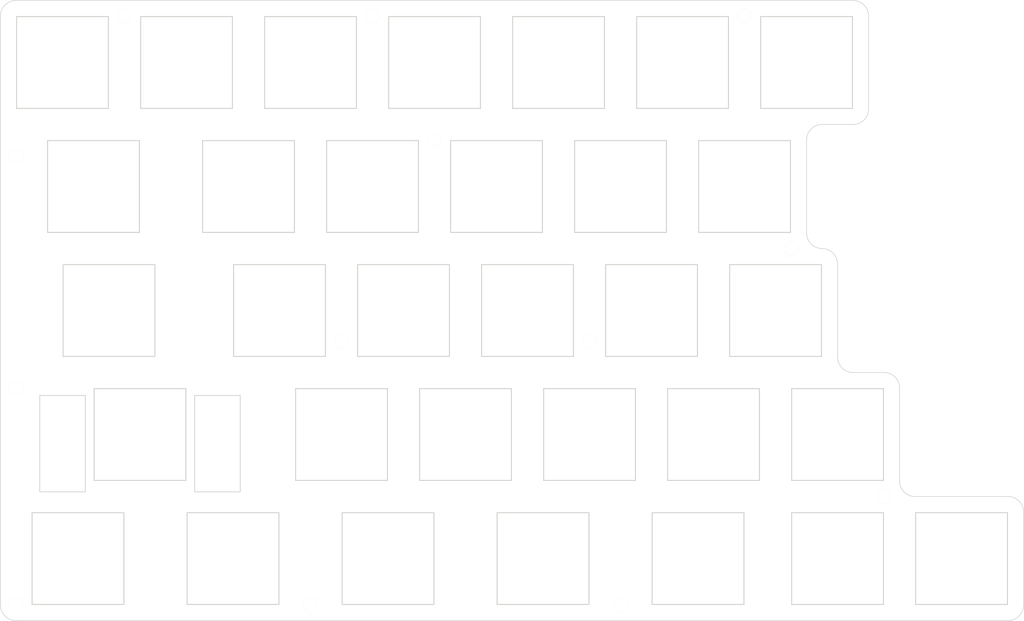
<source format=kicad_pcb>
(kicad_pcb (version 20221018) (generator pcbnew)
  (layers (0 "F.Cu" signal) (31 "B.Cu" signal) (34 "B.Paste" user) (35 "F.Paste" user) (36 "B.SilkS" user "B.Silkscreen") (37 "F.SilkS" user "F.Silkscreen") (38 "B.Mask" user) (39 "F.Mask" user) (44 "Edge.Cuts" user))
  (net 0 "")
  (footprint "kbd_SW_Hole:SW_Hole_1u" (layer "F.Cu") (at 80.9625 52.3875)
    (fp_text reference "SW10" hide)
    (fp_text value "SW_Push" hide)
    (fp_line (start -7.05 -7.05) (end 7.05 -7.05) (stroke (width 0.15)) (layer "Edge.Cuts"))
    (fp_line (start -7.05 7.05) (end -7.05 -7.05) (stroke (width 0.15)) (layer "Edge.Cuts"))
    (fp_line (start 7.05 -7.05) (end 7.05 7.05) (stroke (width 0.15)) (layer "Edge.Cuts"))
    (fp_line (start 7.05 7.05) (end -7.05 7.05) (stroke (width 0.15)) (layer "Edge.Cuts"))
  )
  (footprint "kbd_Hole:m2_Screw_Hole_EdgeCuts" (layer "F.Cu") (at 26.19375 47.625)
    (fp_text reference "Ref**" hide)
    (fp_text value "Val**" hide)
    (fp_circle (center 0 0) (end 1.1 0) (stroke (width 0.01)) (fill none) (layer "Edge.Cuts"))
  )
  (footprint "kbd_SW_Hole:SW_Hole_1u" (layer "F.Cu") (at 71.4375 33.3375)
    (fp_text reference "SW3" hide)
    (fp_text value "SW_Push" hide)
    (fp_line (start -7.05 -7.05) (end 7.05 -7.05) (stroke (width 0.15)) (layer "Edge.Cuts"))
    (fp_line (start -7.05 7.05) (end -7.05 -7.05) (stroke (width 0.15)) (layer "Edge.Cuts"))
    (fp_line (start 7.05 -7.05) (end 7.05 7.05) (stroke (width 0.15)) (layer "Edge.Cuts"))
    (fp_line (start 7.05 7.05) (end -7.05 7.05) (stroke (width 0.15)) (layer "Edge.Cuts"))
  )
  (footprint "kbd_SW_Hole:SW_Hole_1u" (layer "F.Cu") (at 61.9125 52.3875)
    (fp_text reference "SW9" hide)
    (fp_text value "SW_Push" hide)
    (fp_line (start -7.05 -7.05) (end 7.05 -7.05) (stroke (width 0.15)) (layer "Edge.Cuts"))
    (fp_line (start -7.05 7.05) (end -7.05 -7.05) (stroke (width 0.15)) (layer "Edge.Cuts"))
    (fp_line (start 7.05 -7.05) (end 7.05 7.05) (stroke (width 0.15)) (layer "Edge.Cuts"))
    (fp_line (start 7.05 7.05) (end -7.05 7.05) (stroke (width 0.15)) (layer "Edge.Cuts"))
  )
  (footprint "kbd_Hole:m2_Screw_Hole_EdgeCuts" (layer "F.Cu") (at 90.4875 45.24375)
    (fp_text reference "Ref**" hide)
    (fp_text value "Val**" hide)
    (fp_circle (center 0 0) (end 1.1 0) (stroke (width 0.01)) (fill none) (layer "Edge.Cuts"))
  )
  (footprint "kbd_SW_Hole:SW_Hole_1.25u" (layer "F.Cu") (at 130.96875 109.5375)
    (fp_text reference "SW30" hide)
    (fp_text value "SW_Push" hide)
    (fp_line (start -7.05 -7.05) (end 7.05 -7.05) (stroke (width 0.15)) (layer "Edge.Cuts"))
    (fp_line (start -7.05 7.05) (end -7.05 -7.05) (stroke (width 0.15)) (layer "Edge.Cuts"))
    (fp_line (start 7.05 -7.05) (end 7.05 7.05) (stroke (width 0.15)) (layer "Edge.Cuts"))
    (fp_line (start 7.05 7.05) (end -7.05 7.05) (stroke (width 0.15)) (layer "Edge.Cuts"))
  )
  (footprint "kbd_SW_Hole:SW_Hole_1u" (layer "F.Cu") (at 85.725 71.4375)
    (fp_text reference "SW16" hide)
    (fp_text value "SW_Push" hide)
    (fp_line (start -7.05 -7.05) (end 7.05 -7.05) (stroke (width 0.15)) (layer "Edge.Cuts"))
    (fp_line (start -7.05 7.05) (end -7.05 -7.05) (stroke (width 0.15)) (layer "Edge.Cuts"))
    (fp_line (start 7.05 -7.05) (end 7.05 7.05) (stroke (width 0.15)) (layer "Edge.Cuts"))
    (fp_line (start 7.05 7.05) (end -7.05 7.05) (stroke (width 0.15)) (layer "Edge.Cuts"))
  )
  (footprint "kbd_SW_Hole:SW_Hole_1u" (layer "F.Cu") (at 142.875 71.4375)
    (fp_text reference "SW19" hide)
    (fp_text value "SW_Push" hide)
    (fp_line (start -7.05 -7.05) (end 7.05 -7.05) (stroke (width 0.15)) (layer "Edge.Cuts"))
    (fp_line (start -7.05 7.05) (end -7.05 -7.05) (stroke (width 0.15)) (layer "Edge.Cuts"))
    (fp_line (start 7.05 -7.05) (end 7.05 7.05) (stroke (width 0.15)) (layer "Edge.Cuts"))
    (fp_line (start 7.05 7.05) (end -7.05 7.05) (stroke (width 0.15)) (layer "Edge.Cuts"))
  )
  (footprint "kbd_Hole:m2_Screw_Hole_EdgeCuts" (layer "F.Cu") (at 26.19375 83.34375)
    (fp_text reference "Ref**" hide)
    (fp_text value "Val**" hide)
    (fp_circle (center 0 0) (end 1.1 0) (stroke (width 0.01)) (fill none) (layer "Edge.Cuts"))
  )
  (footprint "kbd_Hole:m2_Screw_Hole_EdgeCuts" (layer "F.Cu") (at 26.19375 116.68125)
    (fp_text reference "Ref**" hide)
    (fp_text value "Val**" hide)
    (fp_circle (center 0 0) (end 1.1 0) (stroke (width 0.01)) (fill none) (layer "Edge.Cuts"))
  )
  (footprint "kbd_SW_Hole:SW_Hole_1u" (layer "F.Cu") (at 33.3375 33.3375)
    (fp_text reference "SW1" hide)
    (fp_text value "SW_Push" hide)
    (fp_line (start -7.05 -7.05) (end 7.05 -7.05) (stroke (width 0.15)) (layer "Edge.Cuts"))
    (fp_line (start -7.05 7.05) (end -7.05 -7.05) (stroke (width 0.15)) (layer "Edge.Cuts"))
    (fp_line (start 7.05 -7.05) (end 7.05 7.05) (stroke (width 0.15)) (layer "Edge.Cuts"))
    (fp_line (start 7.05 7.05) (end -7.05 7.05) (stroke (width 0.15)) (layer "Edge.Cuts"))
  )
  (footprint "kbd_SW_Hole:SW_Hole_1.25u" (layer "F.Cu") (at 83.34375 109.5375)
    (fp_text reference "SW28" hide)
    (fp_text value "SW_Push" hide)
    (fp_line (start -7.05 -7.05) (end 7.05 -7.05) (stroke (width 0.15)) (layer "Edge.Cuts"))
    (fp_line (start -7.05 7.05) (end -7.05 -7.05) (stroke (width 0.15)) (layer "Edge.Cuts"))
    (fp_line (start 7.05 -7.05) (end 7.05 7.05) (stroke (width 0.15)) (layer "Edge.Cuts"))
    (fp_line (start 7.05 7.05) (end -7.05 7.05) (stroke (width 0.15)) (layer "Edge.Cuts"))
  )
  (footprint "kbd_SW_Hole:SW_Hole_1u" (layer "F.Cu") (at 138.1125 52.3875)
    (fp_text reference "SW13" hide)
    (fp_text value "SW_Push" hide)
    (fp_line (start -7.05 -7.05) (end 7.05 -7.05) (stroke (width 0.15)) (layer "Edge.Cuts"))
    (fp_line (start -7.05 7.05) (end -7.05 -7.05) (stroke (width 0.15)) (layer "Edge.Cuts"))
    (fp_line (start 7.05 -7.05) (end 7.05 7.05) (stroke (width 0.15)) (layer "Edge.Cuts"))
    (fp_line (start 7.05 7.05) (end -7.05 7.05) (stroke (width 0.15)) (layer "Edge.Cuts"))
  )
  (footprint "kbd_Hole:m2_Screw_Hole_EdgeCuts" (layer "F.Cu") (at 71.4375 116.68125)
    (fp_text reference "Ref**" hide)
    (fp_text value "Val**" hide)
    (fp_circle (center 0 0) (end 1.1 0) (stroke (width 0.01)) (fill none) (layer "Edge.Cuts"))
  )
  (footprint "kbd_Hole:m2_Screw_Hole_EdgeCuts" (layer "F.Cu") (at 42.8625 26.19375)
    (fp_text reference "Ref**" hide)
    (fp_text value "Val**" hide)
    (fp_circle (center 0 0) (end 1.1 0) (stroke (width 0.01)) (fill none) (layer "Edge.Cuts"))
  )
  (footprint "kbd_Hole:m2_Screw_Hole_EdgeCuts" (layer "F.Cu") (at 114.3 76.2)
    (fp_text reference "Ref**" hide)
    (fp_text value "Val**" hide)
    (fp_circle (center 0 0) (end 1.1 0) (stroke (width 0.01)) (fill none) (layer "Edge.Cuts"))
  )
  (footprint "kbd_Hole:m2_Screw_Hole_EdgeCuts" (layer "F.Cu") (at 80.9625 26.19375)
    (fp_text reference "Ref**" hide)
    (fp_text value "Val**" hide)
    (fp_circle (center 0 0) (end 1.1 0) (stroke (width 0.01)) (fill none) (layer "Edge.Cuts"))
  )
  (footprint "kbd_SW_Hole:SW_Hole_1u" (layer "F.Cu") (at 123.825 71.4375)
    (fp_text reference "SW18" hide)
    (fp_text value "SW_Push" hide)
    (fp_line (start -7.05 -7.05) (end 7.05 -7.05) (stroke (width 0.15)) (layer "Edge.Cuts"))
    (fp_line (start -7.05 7.05) (end -7.05 -7.05) (stroke (width 0.15)) (layer "Edge.Cuts"))
    (fp_line (start 7.05 -7.05) (end 7.05 7.05) (stroke (width 0.15)) (layer "Edge.Cuts"))
    (fp_line (start 7.05 7.05) (end -7.05 7.05) (stroke (width 0.15)) (layer "Edge.Cuts"))
  )
  (footprint "kbd_SW_Hole:SW_Hole_1u" (layer "F.Cu") (at 76.2 90.4875)
    (fp_text reference "SW21" hide)
    (fp_text value "SW_Push" hide)
    (fp_line (start -7.05 -7.05) (end 7.05 -7.05) (stroke (width 0.15)) (layer "Edge.Cuts"))
    (fp_line (start -7.05 7.05) (end -7.05 -7.05) (stroke (width 0.15)) (layer "Edge.Cuts"))
    (fp_line (start 7.05 -7.05) (end 7.05 7.05) (stroke (width 0.15)) (layer "Edge.Cuts"))
    (fp_line (start 7.05 7.05) (end -7.05 7.05) (stroke (width 0.15)) (layer "Edge.Cuts"))
  )
  (footprint "kbd_SW_Hole:SW_Hole_1u" (layer "F.Cu") (at 90.4875 33.3375)
    (fp_text reference "SW4" hide)
    (fp_text value "SW_Push" hide)
    (fp_line (start -7.05 -7.05) (end 7.05 -7.05) (stroke (width 0.15)) (layer "Edge.Cuts"))
    (fp_line (start -7.05 7.05) (end -7.05 -7.05) (stroke (width 0.15)) (layer "Edge.Cuts"))
    (fp_line (start 7.05 -7.05) (end 7.05 7.05) (stroke (width 0.15)) (layer "Edge.Cuts"))
    (fp_line (start 7.05 7.05) (end -7.05 7.05) (stroke (width 0.15)) (layer "Edge.Cuts"))
  )
  (footprint "kbd_SW_Hole:SW_Hole_1u" (layer "F.Cu") (at 52.3875 33.3375)
    (fp_text reference "SW2" hide)
    (fp_text value "SW_Push" hide)
    (fp_line (start -7.05 -7.05) (end 7.05 -7.05) (stroke (width 0.15)) (layer "Edge.Cuts"))
    (fp_line (start -7.05 7.05) (end -7.05 -7.05) (stroke (width 0.15)) (layer "Edge.Cuts"))
    (fp_line (start 7.05 -7.05) (end 7.05 7.05) (stroke (width 0.15)) (layer "Edge.Cuts"))
    (fp_line (start 7.05 7.05) (end -7.05 7.05) (stroke (width 0.15)) (layer "Edge.Cuts"))
  )
  (footprint "kbd_SW_Hole:SW_Hole_1u" (layer "F.Cu") (at 119.0625 52.3875)
    (fp_text reference "SW12" hide)
    (fp_text value "SW_Push" hide)
    (fp_line (start -7.05 -7.05) (end 7.05 -7.05) (stroke (width 0.15)) (layer "Edge.Cuts"))
    (fp_line (start -7.05 7.05) (end -7.05 -7.05) (stroke (width 0.15)) (layer "Edge.Cuts"))
    (fp_line (start 7.05 -7.05) (end 7.05 7.05) (stroke (width 0.15)) (layer "Edge.Cuts"))
    (fp_line (start 7.05 7.05) (end -7.05 7.05) (stroke (width 0.15)) (layer "Edge.Cuts"))
  )
  (footprint "kbd_SW_Hole:SW_Hole_1u" (layer "F.Cu") (at 114.3 90.4875)
    (fp_text reference "SW23" hide)
    (fp_text value "SW_Push" hide)
    (fp_line (start -7.05 -7.05) (end 7.05 -7.05) (stroke (width 0.15)) (layer "Edge.Cuts"))
    (fp_line (start -7.05 7.05) (end -7.05 -7.05) (stroke (width 0.15)) (layer "Edge.Cuts"))
    (fp_line (start 7.05 -7.05) (end 7.05 7.05) (stroke (width 0.15)) (layer "Edge.Cuts"))
    (fp_line (start 7.05 7.05) (end -7.05 7.05) (stroke (width 0.15)) (layer "Edge.Cuts"))
  )
  (footprint "kbd_SW_Hole:SW_Hole_1u" (layer "F.Cu") (at 66.675 71.4375)
    (fp_text reference "SW15" hide)
    (fp_text value "SW_Push" hide)
    (fp_line (start -7.05 -7.05) (end 7.05 -7.05) (stroke (width 0.15)) (layer "Edge.Cuts"))
    (fp_line (start -7.05 7.05) (end -7.05 -7.05) (stroke (width 0.15)) (layer "Edge.Cuts"))
    (fp_line (start 7.05 -7.05) (end 7.05 7.05) (stroke (width 0.15)) (layer "Edge.Cuts"))
    (fp_line (start 7.05 7.05) (end -7.05 7.05) (stroke (width 0.15)) (layer "Edge.Cuts"))
  )
  (footprint "kbd_SW_Hole:SW_Hole_1u" (layer "F.Cu") (at 152.4 109.5375)
    (fp_text reference "SW31" hide)
    (fp_text value "SW_Push" hide)
    (fp_line (start -7.05 -7.05) (end 7.05 -7.05) (stroke (width 0.15)) (layer "Edge.Cuts"))
    (fp_line (start -7.05 7.05) (end -7.05 -7.05) (stroke (width 0.15)) (layer "Edge.Cuts"))
    (fp_line (start 7.05 -7.05) (end 7.05 7.05) (stroke (width 0.15)) (layer "Edge.Cuts"))
    (fp_line (start 7.05 7.05) (end -7.05 7.05) (stroke (width 0.15)) (layer "Edge.Cuts"))
  )
  (footprint "kbd_SW_Hole:SW_Hole_1u" (layer "F.Cu") (at 128.5875 33.3375)
    (fp_text reference "SW6" hide)
    (fp_text value "SW_Push" hide)
    (fp_line (start -7.05 -7.05) (end 7.05 -7.05) (stroke (width 0.15)) (layer "Edge.Cuts"))
    (fp_line (start -7.05 7.05) (end -7.05 -7.05) (stroke (width 0.15)) (layer "Edge.Cuts"))
    (fp_line (start 7.05 -7.05) (end 7.05 7.05) (stroke (width 0.15)) (layer "Edge.Cuts"))
    (fp_line (start 7.05 7.05) (end -7.05 7.05) (stroke (width 0.15)) (layer "Edge.Cuts"))
  )
  (footprint "kbd_SW_Hole:SW_Hole_1u" (layer "F.Cu") (at 171.45 109.5375)
    (fp_text reference "SW32" hide)
    (fp_text value "SW_Push" hide)
    (fp_line (start -7.05 -7.05) (end 7.05 -7.05) (stroke (width 0.15)) (layer "Edge.Cuts"))
    (fp_line (start -7.05 7.05) (end -7.05 -7.05) (stroke (width 0.15)) (layer "Edge.Cuts"))
    (fp_line (start 7.05 -7.05) (end 7.05 7.05) (stroke (width 0.15)) (layer "Edge.Cuts"))
    (fp_line (start 7.05 7.05) (end -7.05 7.05) (stroke (width 0.15)) (layer "Edge.Cuts"))
  )
  (footprint "kbd_SW_Hole:SW_Hole_1.25u" (layer "F.Cu") (at 35.71875 109.5375)
    (fp_text reference "SW26" hide)
    (fp_text value "SW_Push" hide)
    (fp_line (start -7.05 -7.05) (end 7.05 -7.05) (stroke (width 0.15)) (layer "Edge.Cuts"))
    (fp_line (start -7.05 7.05) (end -7.05 -7.05) (stroke (width 0.15)) (layer "Edge.Cuts"))
    (fp_line (start 7.05 -7.05) (end 7.05 7.05) (stroke (width 0.15)) (layer "Edge.Cuts"))
    (fp_line (start 7.05 7.05) (end -7.05 7.05) (stroke (width 0.15)) (layer "Edge.Cuts"))
  )
  (footprint "kbd_Hole:m2_Screw_Hole_EdgeCuts" (layer "F.Cu") (at 159.54375 100.0125)
    (fp_text reference "Ref**" hide)
    (fp_text value "Val**" hide)
    (fp_circle (center 0 0) (end 1.1 0) (stroke (width 0.01)) (fill none) (layer "Edge.Cuts"))
  )
  (footprint "kbd_SW_Hole:SW_Hole_1u" (layer "F.Cu") (at 109.5375 33.3375)
    (fp_text reference "SW5" hide)
    (fp_text value "SW_Push" hide)
    (fp_line (start -7.05 -7.05) (end 7.05 -7.05) (stroke (width 0.15)) (layer "Edge.Cuts"))
    (fp_line (start -7.05 7.05) (end -7.05 -7.05) (stroke (width 0.15)) (layer "Edge.Cuts"))
    (fp_line (start 7.05 -7.05) (end 7.05 7.05) (stroke (width 0.15)) (layer "Edge.Cuts"))
    (fp_line (start 7.05 7.05) (end -7.05 7.05) (stroke (width 0.15)) (layer "Edge.Cuts"))
  )
  (footprint "kbd_SW_Hole:SW_Hole_1u" (layer "F.Cu") (at 100.0125 52.3875)
    (fp_text reference "SW11" hide)
    (fp_text value "SW_Push" hide)
    (fp_line (start -7.05 -7.05) (end 7.05 -7.05) (stroke (width 0.15)) (layer "Edge.Cuts"))
    (fp_line (start -7.05 7.05) (end -7.05 -7.05) (stroke (width 0.15)) (layer "Edge.Cuts"))
    (fp_line (start 7.05 -7.05) (end 7.05 7.05) (stroke (width 0.15)) (layer "Edge.Cuts"))
    (fp_line (start 7.05 7.05) (end -7.05 7.05) (stroke (width 0.15)) (layer "Edge.Cuts"))
  )
  (footprint "kbd_Hole:m2_Screw_Hole_EdgeCuts" (layer "F.Cu") (at 138.1125 26.19375)
    (fp_text reference "Ref**" hide)
    (fp_text value "Val**" hide)
    (fp_circle (center 0 0) (end 1.1 0) (stroke (width 0.01)) (fill none) (layer "Edge.Cuts"))
  )
  (footprint "kbd_SW_Hole:SW_Hole_1.5u" (layer "F.Cu") (at 38.1 52.3875)
    (fp_text reference "SW8" hide)
    (fp_text value "SW_Push" hide)
    (fp_line (start -7.05 -7.05) (end 7.05 -7.05) (stroke (width 0.15)) (layer "Edge.Cuts"))
    (fp_line (start -7.05 7.05) (end -7.05 -7.05) (stroke (width 0.15)) (layer "Edge.Cuts"))
    (fp_line (start 7.05 -7.05) (end 7.05 7.05) (stroke (width 0.15)) (layer "Edge.Cuts"))
    (fp_line (start 7.05 7.05) (end -7.05 7.05) (stroke (width 0.15)) (layer "Edge.Cuts"))
  )
  (footprint "kbd_Hole:m2_Screw_Hole_EdgeCuts" (layer "F.Cu") (at 76.2 76.2)
    (fp_text reference "Ref**" hide)
    (fp_text value "Val**" hide)
    (fp_circle (center 0 0) (end 1.1 0) (stroke (width 0.01)) (fill none) (layer "Edge.Cuts"))
  )
  (footprint "kbd_SW_Hole:SW_Hole_1.75u" (layer "F.Cu") (at 40.48125 71.4375)
    (fp_text reference "SW14" hide)
    (fp_text value "SW_Push" hide)
    (fp_line (start -7.05 -7.05) (end 7.05 -7.05) (stroke (width 0.15)) (layer "Edge.Cuts"))
    (fp_line (start -7.05 7.05) (end -7.05 -7.05) (stroke (width 0.15)) (layer "Edge.Cuts"))
    (fp_line (start 7.05 -7.05) (end 7.05 7.05) (stroke (width 0.15)) (layer "Edge.Cuts"))
    (fp_line (start 7.05 7.05) (end -7.05 7.05) (stroke (width 0.15)) (layer "Edge.Cuts"))
  )
  (footprint "kbd_SW_Hole:SW_Hole_2.25u" (layer "F.Cu") (at 45.24375 90.4875)
    (fp_text reference "SW20" hide)
    (fp_text value "SW_Push" hide)
    (fp_line (start -15.4 -6) (end -8.4 -6) (stroke (width 0.12)) (layer "Edge.Cuts"))
    (fp_line (start -15.4 8.8) (end -15.4 -6) (stroke (width 0.12)) (layer "Edge.Cuts"))
    (fp_line (start -8.4 -6) (end -8.4 8.8) (stroke (width 0.12)) (layer "Edge.Cuts"))
    (fp_line (start -8.4 8.8) (end -15.4 8.8) (stroke (width 0.12)) (layer "Edge.Cuts"))
    (fp_line (start -7.05 -7.05) (end 7.05 -7.05) (stroke (width 0.15)) (layer "Edge.Cuts"))
    (fp_line (start -7.05 7.05) (end -7.05 -7.05) (stroke (width 0.15)) (layer "Edge.Cuts"))
    (fp_line (start 7.05 -7.05) (end 7.05 7.05) (stroke (width 0.15)) (layer "Edge.Cuts"))
    (fp_line (start 7.05 7.05) (end -7.05 7.05) (stroke (width 0.15)) (layer "Edge.Cuts"))
    (fp_line (start 8.4 -6) (end 8.4 8.8) (stroke (width 0.12)) (layer "Edge.Cuts"))
    (fp_line (start 8.4 8.8) (end 15.4 8.8) (stroke (width 0.12)) (layer "Edge.Cuts"))
    (fp_line (start 15.4 -6) (end 8.4 -6) (stroke (width 0.12)) (layer "Edge.Cuts"))
    (fp_line (start 15.4 8.8) (end 15.4 -6) (stroke (width 0.12)) (layer "Edge.Cuts"))
  )
  (footprint "kbd_SW_Hole:SW_Hole_1u" (layer "F.Cu") (at 152.4 90.4875)
    (fp_text reference "SW25" hide)
    (fp_text value "SW_Push" hide)
    (fp_line (start -7.05 -7.05) (end 7.05 -7.05) (stroke (width 0.15)) (layer "Edge.Cuts"))
    (fp_line (start -7.05 7.05) (end -7.05 -7.05) (stroke (width 0.15)) (layer "Edge.Cuts"))
    (fp_line (start 7.05 -7.05) (end 7.05 7.05) (stroke (width 0.15)) (layer "Edge.Cuts"))
    (fp_line (start 7.05 7.05) (end -7.05 7.05) (stroke (width 0.15)) (layer "Edge.Cuts"))
  )
  (footprint "kbd_SW_Hole:SW_Hole_1u" (layer "F.Cu") (at 147.6375 33.3375)
    (fp_text reference "SW7" hide)
    (fp_text value "SW_Push" hide)
    (fp_line (start -7.05 -7.05) (end 7.05 -7.05) (stroke (width 0.15)) (layer "Edge.Cuts"))
    (fp_line (start -7.05 7.05) (end -7.05 -7.05) (stroke (width 0.15)) (layer "Edge.Cuts"))
    (fp_line (start 7.05 -7.05) (end 7.05 7.05) (stroke (width 0.15)) (layer "Edge.Cuts"))
    (fp_line (start 7.05 7.05) (end -7.05 7.05) (stroke (width 0.15)) (layer "Edge.Cuts"))
  )
  (footprint "kbd_SW_Hole:SW_Hole_1.25u" (layer "F.Cu") (at 59.53125 109.5375)
    (fp_text reference "SW27" hide)
    (fp_text value "SW_Push" hide)
    (fp_line (start -7.05 -7.05) (end 7.05 -7.05) (stroke (width 0.15)) (layer "Edge.Cuts"))
    (fp_line (start -7.05 7.05) (end -7.05 -7.05) (stroke (width 0.15)) (layer "Edge.Cuts"))
    (fp_line (start 7.05 -7.05) (end 7.05 7.05) (stroke (width 0.15)) (layer "Edge.Cuts"))
    (fp_line (start 7.05 7.05) (end -7.05 7.05) (stroke (width 0.15)) (layer "Edge.Cuts"))
  )
  (footprint "kbd_Hole:m2_Screw_Hole_EdgeCuts" (layer "F.Cu") (at 145.25625 61.9125)
    (fp_text reference "Ref**" hide)
    (fp_text value "Val**" hide)
    (fp_circle (center 0 0) (end 1.1 0) (stroke (width 0.01)) (fill none) (layer "Edge.Cuts"))
  )
  (footprint "kbd_SW_Hole:SW_Hole_1u" (layer "F.Cu") (at 95.25 90.4875)
    (fp_text reference "SW22" hide)
    (fp_text value "SW_Push" hide)
    (fp_line (start -7.05 -7.05) (end 7.05 -7.05) (stroke (width 0.15)) (layer "Edge.Cuts"))
    (fp_line (start -7.05 7.05) (end -7.05 -7.05) (stroke (width 0.15)) (layer "Edge.Cuts"))
    (fp_line (start 7.05 -7.05) (end 7.05 7.05) (stroke (width 0.15)) (layer "Edge.Cuts"))
    (fp_line (start 7.05 7.05) (end -7.05 7.05) (stroke (width 0.15)) (layer "Edge.Cuts"))
  )
  (footprint "kbd_SW_Hole:SW_Hole_1u" (layer "F.Cu") (at 104.775 71.4375)
    (fp_text reference "SW17" hide)
    (fp_text value "SW_Push" hide)
    (fp_line (start -7.05 -7.05) (end 7.05 -7.05) (stroke (width 0.15)) (layer "Edge.Cuts"))
    (fp_line (start -7.05 7.05) (end -7.05 -7.05) (stroke (width 0.15)) (layer "Edge.Cuts"))
    (fp_line (start 7.05 -7.05) (end 7.05 7.05) (stroke (width 0.15)) (layer "Edge.Cuts"))
    (fp_line (start 7.05 7.05) (end -7.05 7.05) (stroke (width 0.15)) (layer "Edge.Cuts"))
  )
  (footprint "kbd_SW_Hole:SW_Hole_1u" (layer "F.Cu") (at 133.35 90.4875)
    (fp_text reference "SW24" hide)
    (fp_text value "SW_Push" hide)
    (fp_line (start -7.05 -7.05) (end 7.05 -7.05) (stroke (width 0.15)) (layer "Edge.Cuts"))
    (fp_line (start -7.05 7.05) (end -7.05 -7.05) (stroke (width 0.15)) (layer "Edge.Cuts"))
    (fp_line (start 7.05 -7.05) (end 7.05 7.05) (stroke (width 0.15)) (layer "Edge.Cuts"))
    (fp_line (start 7.05 7.05) (end -7.05 7.05) (stroke (width 0.15)) (layer "Edge.Cuts"))
  )
  (footprint "kbd_Hole:m2_Screw_Hole_EdgeCuts" (layer "F.Cu") (at 119.0625 116.68125)
    (fp_text reference "Ref**" hide)
    (fp_text value "Val**" hide)
    (fp_circle (center 0 0) (end 1.1 0) (stroke (width 0.01)) (fill none) (layer "Edge.Cuts"))
  )
  (footprint "kbd_SW_Hole:SW_Hole_1.25u" (layer "F.Cu") (at 107.15625 109.5375)
    (fp_text reference "SW29" hide)
    (fp_text value "SW_Push" hide)
    (fp_line (start -7.05 -7.05) (end 7.05 -7.05) (stroke (width 0.15)) (layer "Edge.Cuts"))
    (fp_line (start -7.05 7.05) (end -7.05 -7.05) (stroke (width 0.15)) (layer "Edge.Cuts"))
    (fp_line (start 7.05 -7.05) (end 7.05 7.05) (stroke (width 0.15)) (layer "Edge.Cuts"))
    (fp_line (start 7.05 7.05) (end -7.05 7.05) (stroke (width 0.15)) (layer "Edge.Cuts"))
  )
  (gr_arc (start 159.543801 80.962449) (mid 161.227584 81.659916) (end 161.925051 83.343699) (stroke (width 0.1)) (layer "Edge.Cuts"))
  (gr_arc (start 147.6375 45.24375) (mid 148.334967 43.559967) (end 150.01875 42.8625) (stroke (width 0.1)) (layer "Edge.Cuts"))
  (gr_line (start 154.78125 80.9625) (end 159.543801 80.962449) (stroke (width 0.1)) (layer "Edge.Cuts"))
  (gr_line (start 180.975 102.39375) (end 180.975 116.68125) (stroke (width 0.1)) (layer "Edge.Cuts"))
  (gr_line (start 147.6375 45.24375) (end 147.6375 59.53125) (stroke (width 0.1)) (layer "Edge.Cuts"))
  (gr_line (start 150.01875 61.9125) (end 150.01875 61.9125) (stroke (width 0.1)) (layer "Edge.Cuts"))
  (gr_arc (start 154.78125 80.9625) (mid 153.097467 80.265033) (end 152.4 78.58125) (stroke (width 0.1)) (layer "Edge.Cuts"))
  (gr_arc (start 154.78125 23.8125) (mid 156.465033 24.509967) (end 157.1625 26.19375) (stroke (width 0.1)) (layer "Edge.Cuts"))
  (gr_arc (start 178.59375 100.0125) (mid 180.277533 100.709967) (end 180.975 102.39375) (stroke (width 0.1)) (layer "Edge.Cuts"))
  (gr_arc (start 180.975 116.68125) (mid 180.277548 118.365048) (end 178.59375 119.0625) (stroke (width 0.1)) (layer "Edge.Cuts"))
  (gr_arc (start 26.19375 119.0625) (mid 24.509952 118.365048) (end 23.8125 116.68125) (stroke (width 0.1)) (layer "Edge.Cuts"))
  (gr_line (start 23.8125 116.68125) (end 23.8125 26.19375) (stroke (width 0.1)) (layer "Edge.Cuts"))
  (gr_line (start 152.4 64.29375) (end 152.4 78.58125) (stroke (width 0.1)) (layer "Edge.Cuts"))
  (gr_arc (start 164.306199 100.012551) (mid 162.622416 99.315084) (end 161.924949 97.631301) (stroke (width 0.1)) (layer "Edge.Cuts"))
  (gr_line (start 157.1625 26.19375) (end 157.1625 40.48125) (stroke (width 0.1)) (layer "Edge.Cuts"))
  (gr_line (start 26.19375 23.8125) (end 154.78125 23.8125) (stroke (width 0.1)) (layer "Edge.Cuts"))
  (gr_line (start 164.306199 100.012551) (end 178.59375 100.0125) (stroke (width 0.1)) (layer "Edge.Cuts"))
  (gr_arc (start 150.01875 61.9125) (mid 151.702533 62.609967) (end 152.4 64.29375) (stroke (width 0.1)) (layer "Edge.Cuts"))
  (gr_line (start 161.925051 83.343699) (end 161.924949 97.631301) (stroke (width 0.1)) (layer "Edge.Cuts"))
  (gr_line (start 178.59375 119.0625) (end 26.19375 119.0625) (stroke (width 0.1)) (layer "Edge.Cuts"))
  (gr_line (start 154.78125 42.8625) (end 150.01875 42.8625) (stroke (width 0.1)) (layer "Edge.Cuts"))
  (gr_arc (start 150.01875 61.9125) (mid 148.334967 61.215033) (end 147.6375 59.53125) (stroke (width 0.1)) (layer "Edge.Cuts"))
  (gr_arc (start 23.8125 26.19375) (mid 24.509952 24.509952) (end 26.19375 23.8125) (stroke (width 0.1)) (layer "Edge.Cuts"))
  (gr_arc (start 157.1625 40.48125) (mid 156.465033 42.165033) (end 154.78125 42.8625) (stroke (width 0.1)) (layer "Edge.Cuts"))
)
</source>
